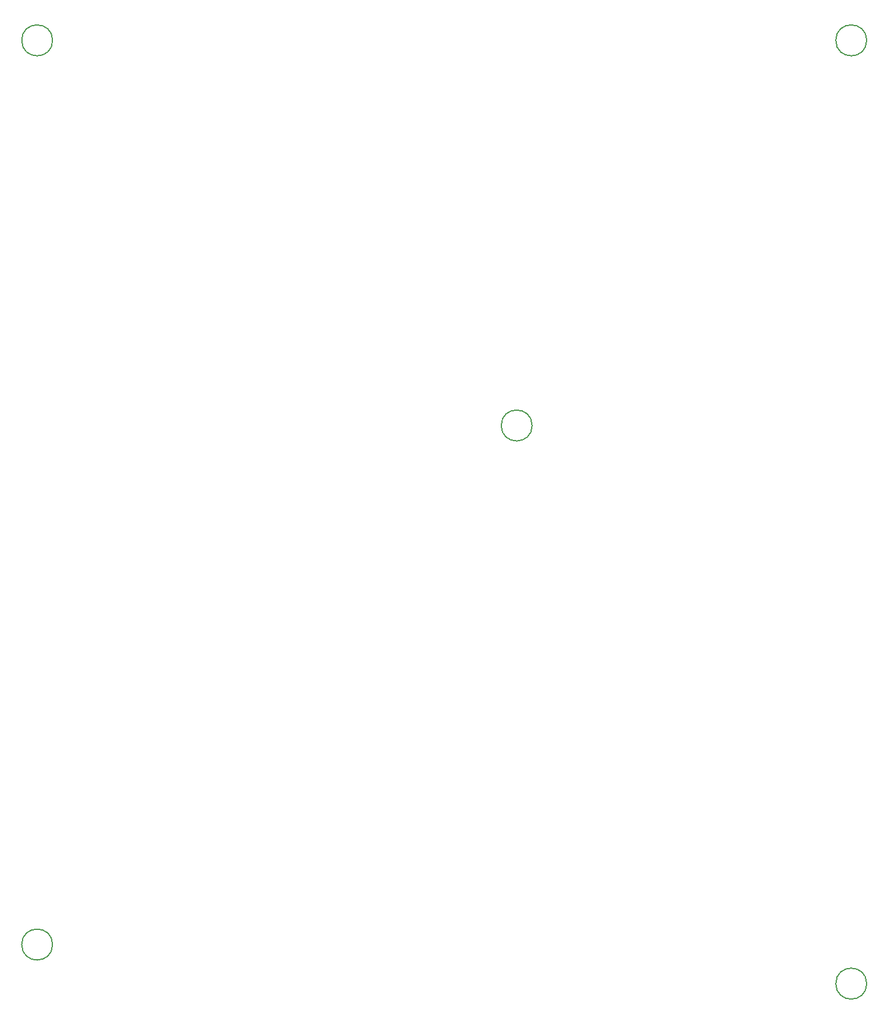
<source format=gbr>
%TF.GenerationSoftware,KiCad,Pcbnew,(6.0.5)*%
%TF.CreationDate,2022-05-18T14:43:54-07:00*%
%TF.ProjectId,3HMouse,33484d6f-7573-4652-9e6b-696361645f70,rev?*%
%TF.SameCoordinates,Original*%
%TF.FileFunction,Other,Comment*%
%FSLAX46Y46*%
G04 Gerber Fmt 4.6, Leading zero omitted, Abs format (unit mm)*
G04 Created by KiCad (PCBNEW (6.0.5)) date 2022-05-18 14:43:54*
%MOMM*%
%LPD*%
G01*
G04 APERTURE LIST*
%ADD10C,0.150000*%
G04 APERTURE END LIST*
D10*
%TO.C,H5*%
X93481250Y-77787500D02*
G75*
G03*
X93481250Y-77787500I-2200000J0D01*
G01*
%TO.C,H2*%
X141106250Y-23018750D02*
G75*
G03*
X141106250Y-23018750I-2200000J0D01*
G01*
%TO.C,H3*%
X25218750Y-151606250D02*
G75*
G03*
X25218750Y-151606250I-2200000J0D01*
G01*
%TO.C,H1*%
X25218750Y-23018750D02*
G75*
G03*
X25218750Y-23018750I-2200000J0D01*
G01*
%TO.C,H4*%
X141106250Y-157162500D02*
G75*
G03*
X141106250Y-157162500I-2200000J0D01*
G01*
%TD*%
M02*

</source>
